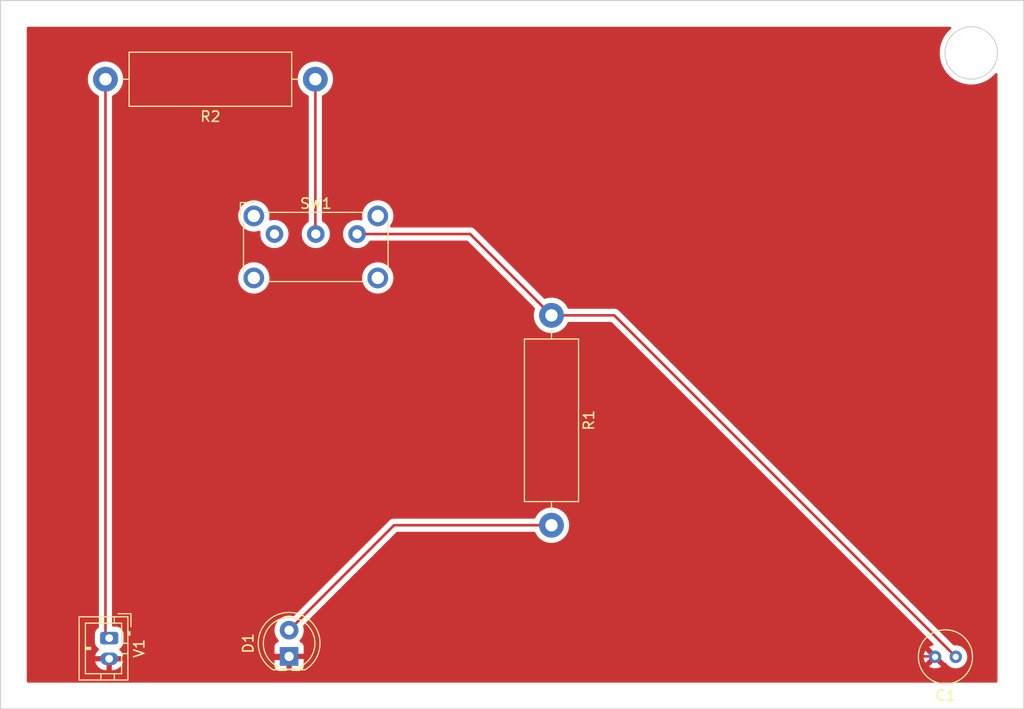
<source format=kicad_pcb>
(kicad_pcb (version 20211014) (generator pcbnew)
  (layers (0 "F.Cu" signal) (31 "B.Cu" signal) (34 "B.Paste" user) (35 "F.Paste" user) (36 "B.SilkS" user "B.Silkscreen") (37 "F.SilkS" user "F.Silkscreen") (38 "B.Mask" user) (39 "F.Mask" user) (44 "Edge.Cuts" user))
  (net 0 "")
  (net 1 "Net-(C1-Pad1)")
  (net 2 "GND")
  (net 3 "Net-(D1-Pad2)")
  (net 4 "Net-(R2-Pad1)")
  (net 5 "Net-(R2-Pad2)")
  (footprint "Connector_JST:JST_PH_B2B-PH-K_1x02_P2.00mm_Vertical" (layer "F.Cu") (at 114.66 127.765 -90)
    (fp_text reference "V1" (at 1 -2.9 90) (layer "F.SilkS"))
    (fp_text value "9V")
    (fp_line (start -0.3 -1.91) (end -0.6 -1.91) (layer "F.SilkS") (width 0.12))
    (fp_line (start -2.06 -0.5) (end -1.45 -0.5) (layer "F.SilkS") (width 0.12))
    (fp_line (start 1 2.3) (end 1 1.8) (layer "F.SilkS") (width 0.12))
    (fp_line (start 4.06 -0.5) (end 3.45 -0.5) (layer "F.SilkS") (width 0.12))
    (fp_line (start 1.1 1.8) (end 1.1 2.3) (layer "F.SilkS") (width 0.12))
    (fp_line (start -1.11 -2.11) (end -2.36 -2.11) (layer "F.SilkS") (width 0.12))
    (fp_line (start 4.06 0.8) (end 3.45 0.8) (layer "F.SilkS") (width 0.12))
    (fp_line (start -0.3 -1.81) (end -0.3 -2.01) (layer "F.SilkS") (width 0.12))
    (fp_line (start 4.06 -1.81) (end -2.06 -1.81) (layer "F.SilkS") (width 0.12))
    (fp_line (start 0.9 2.3) (end 0.9 1.8) (layer "F.SilkS") (width 0.12))
    (fp_line (start 0.5 -1.2) (end -1.45 -1.2) (layer "F.SilkS") (width 0.12))
    (fp_line (start 1.5 -1.2) (end 1.5 -1.81) (layer "F.SilkS") (width 0.12))
    (fp_line (start 3.45 -1.2) (end 1.5 -1.2) (layer "F.SilkS") (width 0.12))
    (fp_line (start -0.3 -2.01) (end -0.6 -2.01) (layer "F.SilkS") (width 0.12))
    (fp_line (start -2.36 -2.11) (end -2.36 -0.86) (layer "F.SilkS") (width 0.12))
    (fp_line (start -1.45 2.3) (end 3.45 2.3) (layer "F.SilkS") (width 0.12))
    (fp_line (start -2.06 -1.81) (end -2.06 2.91) (layer "F.SilkS") (width 0.12))
    (fp_line (start -2.06 0.8) (end -1.45 0.8) (layer "F.SilkS") (width 0.12))
    (fp_line (start -1.45 -1.2) (end -1.45 2.3) (layer "F.SilkS") (width 0.12))
    (fp_line (start 3.45 2.3) (end 3.45 -1.2) (layer "F.SilkS") (width 0.12))
    (fp_line (start -2.06 2.91) (end 4.06 2.91) (layer "F.SilkS") (width 0.12))
    (fp_line (start 4.06 2.91) (end 4.06 -1.81) (layer "F.SilkS") (width 0.12))
    (fp_line (start -0.6 -2.01) (end -0.6 -1.81) (layer "F.SilkS") (width 0.12))
    (fp_line (start 0.9 1.8) (end 1.1 1.8) (layer "F.SilkS") (width 0.12))
    (fp_line (start 0.5 -1.81) (end 0.5 -1.2) (layer "F.SilkS") (width 0.12))
    (pad "1" thru_hole roundrect (at 0 0 270) (size 1.2 1.75) (drill 0.75) (layers *.Cu *.Mask) (roundrect_rratio 0.2083333333) (net 5 "Net-(R2-Pad2)"))
    (pad "2" thru_hole oval (at 2 0 270) (size 1.2 1.75) (drill 0.75) (layers *.Cu *.Mask) (net 2 "GND"))
  )
  (footprint "LED_THT:LED_D5.0mm" (layer "F.Cu") (at 132.08 129.54 90)
    (fp_text reference "D1" (at 1.27 -3.96 90) (layer "F.SilkS"))
    (fp_text value "LED")
    (fp_line (start -1.29 -1.545) (end -1.29 1.545) (layer "F.SilkS") (width 0.12))
    (fp_arc (start 4.26 -0.000462) (mid 2.072002 2.880433) (end -1.29 1.54483) (layer "F.SilkS") (width 0.12))
    (fp_arc (start -1.29 -1.54483) (mid 2.072002 -2.880433) (end 4.26 0.000462) (layer "F.SilkS") (width 0.12))
    (fp_circle (center 1.27 0) (end 3.77 0) (layer "F.SilkS") (width 0.12) (fill none))
    (pad "1" thru_hole rect (at 0 0 90) (size 1.8 1.8) (drill 0.9) (layers *.Cu *.Mask) (net 2 "GND"))
    (pad "2" thru_hole circle (at 2.54 0 90) (size 1.8 1.8) (drill 0.9) (layers *.Cu *.Mask) (net 3 "Net-(D1-Pad2)"))
  )
  (footprint "Resistor_THT:R_Axial_DIN0516_L15.5mm_D5.0mm_P20.32mm_Horizontal" (layer "F.Cu") (at 134.62 73.66 180)
    (fp_text reference "R2" (at 10.16 -3.62) (layer "F.SilkS"))
    (fp_text value "2.2K")
    (fp_line (start 18.03 -2.62) (end 2.29 -2.62) (layer "F.SilkS") (width 0.12))
    (fp_line (start 2.29 2.62) (end 18.03 2.62) (layer "F.SilkS") (width 0.12))
    (fp_line (start 1.44 0) (end 2.29 0) (layer "F.SilkS") (width 0.12))
    (fp_line (start 18.88 0) (end 18.03 0) (layer "F.SilkS") (width 0.12))
    (fp_line (start 2.29 -2.62) (end 2.29 2.62) (layer "F.SilkS") (width 0.12))
    (fp_line (start 18.03 2.62) (end 18.03 -2.62) (layer "F.SilkS") (width 0.12))
    (pad "1" thru_hole circle (at 0 0 180) (size 2.4 2.4) (drill 1.2) (layers *.Cu *.Mask) (net 4 "Net-(R2-Pad1)"))
    (pad "2" thru_hole oval (at 20.32 0 180) (size 2.4 2.4) (drill 1.2) (layers *.Cu *.Mask) (net 5 "Net-(R2-Pad2)"))
  )
  (footprint "Capacitor_THT:C_Radial_D5.0mm_H5.0mm_P2.00mm" (layer "F.Cu") (at 196.62 129.58 180)
    (fp_text reference "C1" (at 1 -3.75) (layer "F.SilkS"))
    (fp_text value "4.7 mu F")
    (fp_circle (center 1 0) (end 3.62 0) (layer "F.SilkS") (width 0.12) (fill none))
    (pad "1" thru_hole circle (at 0 0 180) (size 1.2 1.2) (drill 0.6) (layers *.Cu *.Mask) (net 1 "Net-(C1-Pad1)"))
    (pad "2" thru_hole circle (at 2 0 180) (size 1.2 1.2) (drill 0.6) (layers *.Cu *.Mask) (net 2 "GND"))
  )
  (footprint "Button_Switch_THT:SW_E-Switch_EG1224_SPDT_Angled" (layer "F.Cu") (at 130.6625 88.6475)
    (fp_text reference "SW1" (at 4 -2.95) (layer "F.SilkS"))
    (fp_text value "Switch")
    (fp_line (start -3 3.85) (end -3 -1.35) (layer "F.SilkS") (width 0.12))
    (fp_line (start -3.3 -1.75) (end -3.3 -3.05) (layer "F.SilkS") (width 0.12))
    (fp_line (start -0.95 -2.1) (end 8.95 -2.1) (layer "F.SilkS") (width 0.12))
    (fp_line (start -3.3 -3.05) (end -2 -3.05) (layer "F.SilkS") (width 0.12))
    (fp_line (start 11 -1.35) (end 11 3.85) (layer "F.SilkS") (width 0.12))
    (fp_line (start 8.95 4.6) (end -0.95 4.6) (layer "F.SilkS") (width 0.12))
    (pad "" thru_hole circle (at -2 4.25) (size 2 2) (drill 1.2) (layers *.Cu *.Mask))
    (pad "" thru_hole circle (at -2 -1.75) (size 2 2) (drill 1.2) (layers *.Cu *.Mask))
    (pad "" thru_hole circle (at 10 -1.75) (size 2 2) (drill 1.2) (layers *.Cu *.Mask))
    (pad "" thru_hole circle (at 10 4.25) (size 2 2) (drill 1.2) (layers *.Cu *.Mask))
    (pad "1" thru_hole circle (at 0 0) (size 1.7 1.7) (drill 0.9) (layers *.Cu *.Mask))
    (pad "2" thru_hole circle (at 4 0) (size 1.7 1.7) (drill 0.9) (layers *.Cu *.Mask) (net 4 "Net-(R2-Pad1)"))
    (pad "3" thru_hole circle (at 8 0) (size 1.7 1.7) (drill 0.9) (layers *.Cu *.Mask) (net 1 "Net-(C1-Pad1)"))
  )
  (footprint "Resistor_THT:R_Axial_DIN0516_L15.5mm_D5.0mm_P20.32mm_Horizontal" (layer "F.Cu") (at 157.48 96.52 -90)
    (fp_text reference "R1" (at 10.16 -3.62 90) (layer "F.SilkS"))
    (fp_text value "20K")
    (fp_line (start 18.88 0) (end 18.03 0) (layer "F.SilkS") (width 0.12))
    (fp_line (start 18.03 2.62) (end 18.03 -2.62) (layer "F.SilkS") (width 0.12))
    (fp_line (start 2.29 2.62) (end 18.03 2.62) (layer "F.SilkS") (width 0.12))
    (fp_line (start 2.29 -2.62) (end 2.29 2.62) (layer "F.SilkS") (width 0.12))
    (fp_line (start 18.03 -2.62) (end 2.29 -2.62) (layer "F.SilkS") (width 0.12))
    (fp_line (start 1.44 0) (end 2.29 0) (layer "F.SilkS") (width 0.12))
    (pad "1" thru_hole circle (at 0 0 270) (size 2.4 2.4) (drill 1.2) (layers *.Cu *.Mask) (net 1 "Net-(C1-Pad1)"))
    (pad "2" thru_hole oval (at 20.32 0 270) (size 2.4 2.4) (drill 1.2) (layers *.Cu *.Mask) (net 3 "Net-(D1-Pad2)"))
  )
  (gr_circle (center 198.12 71.12) (end 198.12 73.66) (layer "Edge.Cuts") (width 0.1) (fill none))
  (gr_rect (start 104.14 66.04) (end 203.2 134.62) (layer "Edge.Cuts") (width 0.1) (fill none))
  (segment (start 163.56 96.52) (end 196.62 129.58) (width 0.25) (layer "F.Cu") (net 1))
  (segment (start 149.6075 88.6475) (end 157.48 96.52) (width 0.25) (layer "F.Cu") (net 1))
  (segment (start 138.6625 88.6475) (end 149.6075 88.6475) (width 0.25) (layer "F.Cu") (net 1))
  (segment (start 157.48 96.52) (end 163.56 96.52) (width 0.25) (layer "F.Cu") (net 1))
  (segment (start 131.855 129.765) (end 132.08 129.54) (width 0.25) (layer "F.Cu") (net 2))
  (segment (start 132.08 129.54) (end 194.58 129.54) (width 0.25) (layer "F.Cu") (net 2))
  (segment (start 114.66 129.765) (end 131.855 129.765) (width 0.25) (layer "F.Cu") (net 2))
  (segment (start 194.58 129.54) (end 194.62 129.58) (width 0.25) (layer "F.Cu") (net 2))
  (segment (start 142.24 116.84) (end 132.08 127) (width 0.25) (layer "F.Cu") (net 3))
  (segment (start 157.48 116.84) (end 142.24 116.84) (width 0.25) (layer "F.Cu") (net 3))
  (segment (start 134.6625 88.8575) (end 134.6625 88.6475) (width 0.25) (layer "F.Cu") (net 4))
  (segment (start 134.62 88.9) (end 134.6625 88.8575) (width 0.25) (layer "F.Cu") (net 4))
  (segment (start 134.62 73.66) (end 134.62 88.9) (width 0.25) (layer "F.Cu") (net 4))
  (segment (start 114.3 127.405) (end 114.66 127.765) (width 0.25) (layer "F.Cu") (net 5))
  (segment (start 114.3 73.66) (end 114.3 127.405) (width 0.25) (layer "F.Cu") (net 5))
  (zone (net 2) (net_name "GND") (layer "F.Cu") (connect_pads (clearance 0.508)) (min_thickness 0.254) (fill yes (thermal_gap 0.508) (thermal_bridge_width 0.508))
    (polygon (pts (xy 200.66 132.08) (xy 106.68 132.08) (xy 106.68 68.58) (xy 200.66 68.58)))
  )
)
</source>
